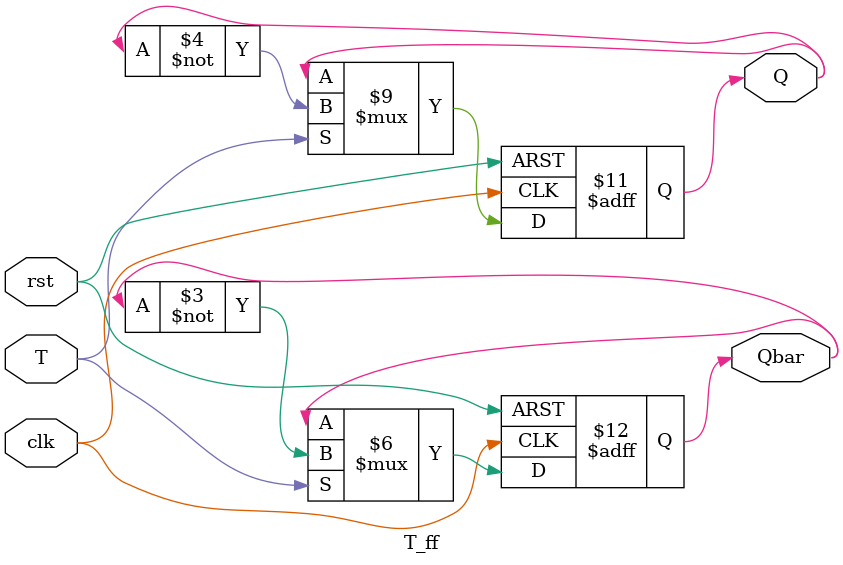
<source format=v>
module T_ff(T,clk,rst,Q,Qbar);
  input clk,rst,T;
  output reg Q,Qbar;
  always@(posedge clk or posedge rst) begin
    if(rst) begin
      Q<=1'b0;
      Qbar<=1'b1;
    end
    else if(T==0) begin
      Q<=Q;
      Qbar<=Qbar;
    end
    else begin
      Qbar<= ~Qbar;
      Q<=~Q;
    end
  end
endmodule
    

</source>
